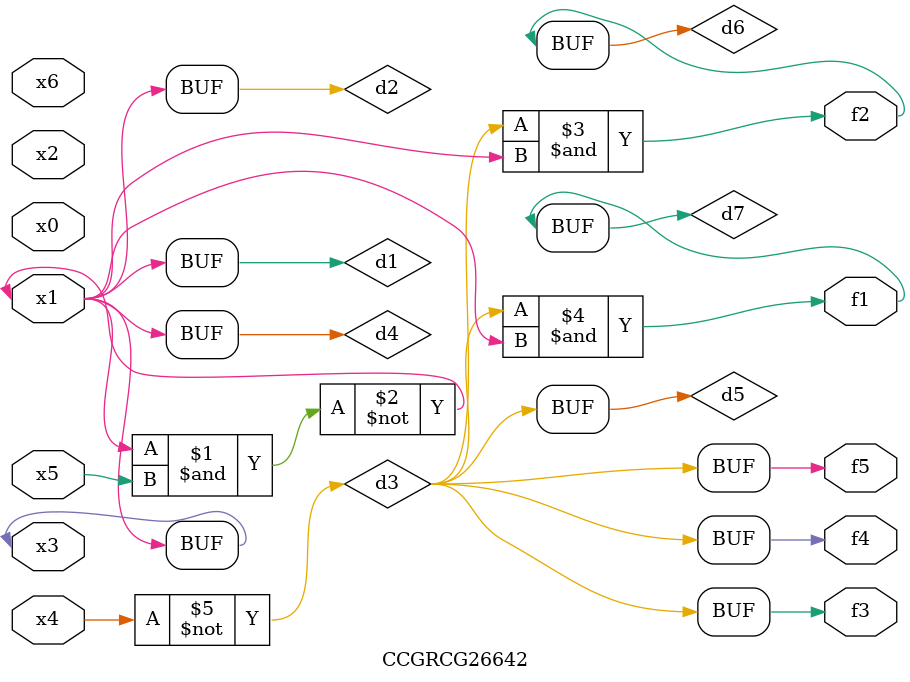
<source format=v>
module CCGRCG26642(
	input x0, x1, x2, x3, x4, x5, x6,
	output f1, f2, f3, f4, f5
);

	wire d1, d2, d3, d4, d5, d6, d7;

	buf (d1, x1, x3);
	nand (d2, x1, x5);
	not (d3, x4);
	buf (d4, d1, d2);
	buf (d5, d3);
	and (d6, d3, d4);
	and (d7, d3, d4);
	assign f1 = d7;
	assign f2 = d6;
	assign f3 = d5;
	assign f4 = d5;
	assign f5 = d5;
endmodule

</source>
